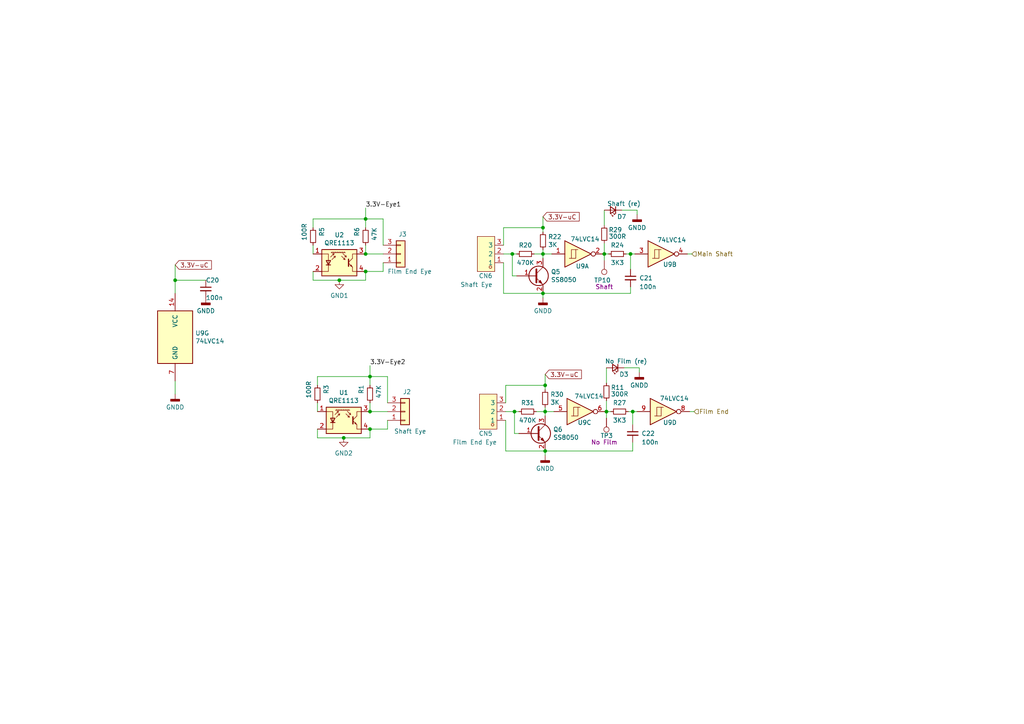
<source format=kicad_sch>
(kicad_sch (version 20230121) (generator eeschema)
  (paper "A4")
  (lib_symbols
    (symbol "74xx:74HC14" (pin_names (offset 1.016))
      (property "Reference" "U" (at 0 1.27 0))
      (property "Value" "74HC14" (at 0 -1.27 0))
      (symbol "74HC14_1_0"
        (polyline (pts (xy -3.81 3.81) (xy -3.81 -3.81) (xy 3.81 0) (xy -3.81 3.81)) (stroke (width 0.254)) (fill (type background)))
        (pin input line (at -7.62 0 0) (length 3.81) (name "~") (number "1"))
        (pin output inverted (at 7.62 0 180) (length 3.81) (name "~") (number "2"))
      )
      (symbol "74HC14_1_1"
        (polyline (pts (xy -1.905 -1.27) (xy -1.905 1.27) (xy -0.635 1.27)))
        (polyline (pts (xy -2.54 -1.27) (xy -0.635 -1.27) (xy -0.635 1.27) (xy 0 1.27)))
      )
      (symbol "74HC14_2_0"
        (polyline (pts (xy -3.81 3.81) (xy -3.81 -3.81) (xy 3.81 0) (xy -3.81 3.81)) (stroke (width 0.254)) (fill (type background)))
        (pin input line (at -7.62 0 0) (length 3.81) (name "~") (number "3"))
        (pin output inverted (at 7.62 0 180) (length 3.81) (name "~") (number "4"))
      )
      (symbol "74HC14_2_1"
        (polyline (pts (xy -1.905 -1.27) (xy -1.905 1.27) (xy -0.635 1.27)))
        (polyline (pts (xy -2.54 -1.27) (xy -0.635 -1.27) (xy -0.635 1.27) (xy 0 1.27)))
      )
      (symbol "74HC14_3_0"
        (polyline (pts (xy -3.81 3.81) (xy -3.81 -3.81) (xy 3.81 0) (xy -3.81 3.81)) (stroke (width 0.254)) (fill (type background)))
        (pin input line (at -7.62 0 0) (length 3.81) (name "~") (number "5"))
        (pin output inverted (at 7.62 0 180) (length 3.81) (name "~") (number "6"))
      )
      (symbol "74HC14_3_1"
        (polyline (pts (xy -1.905 -1.27) (xy -1.905 1.27) (xy -0.635 1.27)))
        (polyline (pts (xy -2.54 -1.27) (xy -0.635 -1.27) (xy -0.635 1.27) (xy 0 1.27)))
      )
      (symbol "74HC14_4_0"
        (polyline (pts (xy -3.81 3.81) (xy -3.81 -3.81) (xy 3.81 0) (xy -3.81 3.81)) (stroke (width 0.254)) (fill (type background)))
        (pin output inverted (at 7.62 0 180) (length 3.81) (name "~") (number "8"))
        (pin input line (at -7.62 0 0) (length 3.81) (name "~") (number "9"))
      )
      (symbol "74HC14_4_1"
        (polyline (pts (xy -1.905 -1.27) (xy -1.905 1.27) (xy -0.635 1.27)))
        (polyline (pts (xy -2.54 -1.27) (xy -0.635 -1.27) (xy -0.635 1.27) (xy 0 1.27)))
      )
      (symbol "74HC14_5_0"
        (polyline (pts (xy -3.81 3.81) (xy -3.81 -3.81) (xy 3.81 0) (xy -3.81 3.81)) (stroke (width 0.254)) (fill (type background)))
        (pin output inverted (at 7.62 0 180) (length 3.81) (name "~") (number "10"))
        (pin input line (at -7.62 0 0) (length 3.81) (name "~") (number "11"))
      )
      (symbol "74HC14_5_1"
        (polyline (pts (xy -1.905 -1.27) (xy -1.905 1.27) (xy -0.635 1.27)))
        (polyline (pts (xy -2.54 -1.27) (xy -0.635 -1.27) (xy -0.635 1.27) (xy 0 1.27)))
      )
      (symbol "74HC14_6_0"
        (polyline (pts (xy -3.81 3.81) (xy -3.81 -3.81) (xy 3.81 0) (xy -3.81 3.81)) (stroke (width 0.254)) (fill (type background)))
        (pin output inverted (at 7.62 0 180) (length 3.81) (name "~") (number "12"))
        (pin input line (at -7.62 0 0) (length 3.81) (name "~") (number "13"))
      )
      (symbol "74HC14_6_1"
        (polyline (pts (xy -1.905 -1.27) (xy -1.905 1.27) (xy -0.635 1.27)))
        (polyline (pts (xy -2.54 -1.27) (xy -0.635 -1.27) (xy -0.635 1.27) (xy 0 1.27)))
      )
      (symbol "74HC14_7_0"
        (pin power_in line (at 0 12.7 270) (length 5.08) (name "VCC") (number "14"))
        (pin power_in line (at 0 -12.7 90) (length 5.08) (name "GND") (number "7"))
      )
      (symbol "74HC14_7_1"
        (rectangle (start -5.08 7.62) (end 5.08 -7.62) (stroke (width 0.254)) (fill (type background)))
      )
    )
    (symbol "Connector_Generic:Conn_01x03" (pin_names (offset 1.016) hide)
      (property "Reference" "J" (at 0 5.08 0))
      (property "Value" "Conn_01x03" (at 0 -5.08 0))
      (symbol "Conn_01x03_1_1"
        (rectangle (start -1.27 -2.413) (end 0 -2.667) (stroke (width 0.1524)))
        (rectangle (start -1.27 0.127) (end 0 -0.127) (stroke (width 0.1524)))
        (rectangle (start -1.27 2.667) (end 0 2.413) (stroke (width 0.1524)))
        (rectangle (start -1.27 3.81) (end 1.27 -3.81) (stroke (width 0.254)) (fill (type background)))
        (pin passive line (at -5.08 2.54 0) (length 3.81) (name "Pin_1") (number "1"))
        (pin passive line (at -5.08 0 0) (length 3.81) (name "Pin_2") (number "2"))
        (pin passive line (at -5.08 -2.54 0) (length 3.81) (name "Pin_3") (number "3"))
      )
    )
    (symbol "Device:C_Small" (pin_numbers hide) (pin_names (offset 0.254) hide)
      (property "Reference" "C" (at 0.254 1.778 0))
      (property "Value" "C_Small" (at 0.254 -2.032 0))
      (symbol "C_Small_0_1"
        (polyline (pts (xy -1.524 -0.508) (xy 1.524 -0.508)) (stroke (width 0.3302)))
        (polyline (pts (xy -1.524 0.508) (xy 1.524 0.508)) (stroke (width 0.3048)))
      )
      (symbol "C_Small_1_1"
        (pin passive line (at 0 2.54 270) (length 2.032) (name "~") (number "1"))
        (pin passive line (at 0 -2.54 90) (length 2.032) (name "~") (number "2"))
      )
    )
    (symbol "Device:LED_Small" (pin_numbers hide) (pin_names (offset 0.254) hide)
      (property "Reference" "D" (at -1.27 3.175 0))
      (property "Value" "LED_Small" (at -4.445 -2.54 0))
      (symbol "LED_Small_0_1"
        (polyline (pts (xy -0.762 -1.016) (xy -0.762 1.016)) (stroke (width 0.254)))
        (polyline (pts (xy 1.016 0) (xy -0.762 0)))
        (polyline (pts (xy 0.762 -1.016) (xy -0.762 0) (xy 0.762 1.016) (xy 0.762 -1.016)) (stroke (width 0.254)))
        (polyline (pts (xy 0 0.762) (xy -0.508 1.27) (xy -0.254 1.27) (xy -0.508 1.27) (xy -0.508 1.016)))
        (polyline (pts (xy 0.508 1.27) (xy 0 1.778) (xy 0.254 1.778) (xy 0 1.778) (xy 0 1.524)))
      )
      (symbol "LED_Small_1_1"
        (pin passive line (at -2.54 0 0) (length 1.778) (name "K") (number "1"))
        (pin passive line (at 2.54 0 180) (length 1.778) (name "A") (number "2"))
      )
    )
    (symbol "Device:R_Small" (pin_numbers hide) (pin_names (offset 0.254) hide)
      (property "Reference" "R" (at 0.762 0.508 0))
      (property "Value" "R_Small" (at 0.762 -1.016 0))
      (symbol "R_Small_0_1"
        (rectangle (start -0.762 1.778) (end 0.762 -1.778) (stroke (width 0.2032)))
      )
      (symbol "R_Small_1_1"
        (pin passive line (at 0 2.54 270) (length 0.762) (name "~") (number "1"))
        (pin passive line (at 0 -2.54 90) (length 0.762) (name "~") (number "2"))
      )
    )
    (symbol "Peacemans_Teile:R_Small_0402-noref" (pin_numbers hide) (pin_names (offset 0.254) hide)
      (property "Reference" "R" (at 0.762 0.508 0))
      (property "Value" "R_Small_noref" (at 0.762 -1.016 0))
      (symbol "R_Small_0402-noref_0_1"
        (rectangle (start -0.762 1.778) (end 0.762 -1.778) (stroke (width 0.2032)))
      )
      (symbol "R_Small_0402-noref_1_1"
        (pin passive line (at 0 2.54 270) (length 0.762) (name "~") (number "1"))
        (pin passive line (at 0 -2.54 90) (length 0.762) (name "~") (number "2"))
      )
    )
    (symbol "Peacemans_Teile:TestPoint_named" (pin_numbers hide) (pin_names (offset 0.762) hide)
      (symbol "TestPoint_named_0_1"
        (circle (center 0 3.302) (radius 0.762))
      )
      (symbol "TestPoint_named_1_1"
        (pin passive line (at 0 0 90) (length 2.54) (name "1") (number "1"))
      )
    )
    (symbol "QRE1113_1" (pin_names (offset 0.0254) hide)
      (property "Reference" "U2" (at 0 8.0518 0))
      (property "Value" "QRE1113" (at 0 5.7404 0))
      (symbol "QRE1113_1_0_1"
        (polyline (pts (xy -3.81 -0.635) (xy -2.54 -0.635)) (stroke (width 0.254)))
        (polyline (pts (xy -2.286 2.921) (xy -2.032 3.175)))
        (polyline (pts (xy -1.778 2.921) (xy -1.524 3.175)))
        (polyline (pts (xy -1.524 2.667) (xy -1.651 2.159)))
        (polyline (pts (xy -1.27 2.921) (xy -1.016 3.175)))
        (polyline (pts (xy -1.143 1.905) (xy -1.27 1.397)))
        (polyline (pts (xy -0.762 2.921) (xy -0.508 3.175)))
        (polyline (pts (xy -0.254 2.921) (xy 0 3.175)))
        (polyline (pts (xy 0.254 2.921) (xy 0.508 3.175)))
        (polyline (pts (xy 0.762 2.921) (xy 1.016 3.175)))
        (polyline (pts (xy 1.27 2.921) (xy 1.524 3.175)))
        (polyline (pts (xy 1.651 0.889) (xy 1.143 1.016)))
        (polyline (pts (xy 1.778 2.921) (xy -2.413 2.921)))
        (polyline (pts (xy 2.032 1.651) (xy 1.524 1.778)))
        (polyline (pts (xy 2.667 -0.127) (xy 3.81 -1.27)))
        (polyline (pts (xy 2.667 0.127) (xy 3.81 1.27)))
        (polyline (pts (xy -2.54 1.651) (xy -1.524 2.667) (xy -2.032 2.54)))
        (polyline (pts (xy -2.159 0.889) (xy -1.143 1.905) (xy -1.651 1.778)))
        (polyline (pts (xy 0.635 1.905) (xy 1.651 0.889) (xy 1.524 1.397)))
        (polyline (pts (xy 1.016 2.667) (xy 2.032 1.651) (xy 1.905 2.159)))
        (polyline (pts (xy 2.667 1.016) (xy 2.667 -1.016) (xy 2.667 -1.016)) (stroke (width 0.3556)))
        (polyline (pts (xy 3.81 -1.27) (xy 3.81 -2.54) (xy 5.08 -2.54)))
        (polyline (pts (xy 3.81 1.27) (xy 3.81 2.54) (xy 5.08 2.54)))
        (polyline (pts (xy -5.08 -2.54) (xy -3.175 -2.54) (xy -3.175 2.54) (xy -5.08 2.54)))
        (polyline (pts (xy -3.175 -0.635) (xy -3.81 0.635) (xy -2.54 0.635) (xy -3.175 -0.635)) (stroke (width 0.254)))
        (polyline (pts (xy 3.683 -1.143) (xy 3.429 -0.635) (xy 3.175 -0.889) (xy 3.683 -1.143)))
        (polyline (pts (xy -5.08 -3.81) (xy 5.08 -3.81) (xy 5.08 3.81) (xy -5.08 3.81) (xy -5.08 -3.81)) (stroke (width 0.254)) (fill (type background)))
      )
      (symbol "QRE1113_1_1_1"
        (pin passive line (at -7.62 2.54 0) (length 2.54) (name "A") (number "1"))
        (pin passive line (at -7.62 -2.54 0) (length 2.54) (name "K") (number "2"))
        (pin passive line (at 7.62 2.54 180) (length 2.54) (name "~") (number "3"))
        (pin passive line (at 7.62 -2.54 180) (length 2.54) (name "~") (number "4"))
      )
    )
    (symbol "Sensor_Proximity:QRE1113" (pin_names (offset 0.0254) hide)
      (property "Reference" "U3" (at 0 8.0518 0))
      (property "Value" "QRE1113" (at 0 5.7404 0))
      (symbol "QRE1113_0_1"
        (polyline (pts (xy -3.81 -0.635) (xy -2.54 -0.635)) (stroke (width 0.254)))
        (polyline (pts (xy -2.286 2.921) (xy -2.032 3.175)))
        (polyline (pts (xy -1.778 2.921) (xy -1.524 3.175)))
        (polyline (pts (xy -1.524 2.667) (xy -1.651 2.159)))
        (polyline (pts (xy -1.27 2.921) (xy -1.016 3.175)))
        (polyline (pts (xy -1.143 1.905) (xy -1.27 1.397)))
        (polyline (pts (xy -0.762 2.921) (xy -0.508 3.175)))
        (polyline (pts (xy -0.254 2.921) (xy 0 3.175)))
        (polyline (pts (xy 0.254 2.921) (xy 0.508 3.175)))
        (polyline (pts (xy 0.762 2.921) (xy 1.016 3.175)))
        (polyline (pts (xy 1.27 2.921) (xy 1.524 3.175)))
        (polyline (pts (xy 1.651 0.889) (xy 1.143 1.016)))
        (polyline (pts (xy 1.778 2.921) (xy -2.413 2.921)))
        (polyline (pts (xy 2.032 1.651) (xy 1.524 1.778)))
        (polyline (pts (xy 2.667 -0.127) (xy 3.81 -1.27)))
        (polyline (pts (xy 2.667 0.127) (xy 3.81 1.27)))
        (polyline (pts (xy -2.54 1.651) (xy -1.524 2.667) (xy -2.032 2.54)))
        (polyline (pts (xy -2.159 0.889) (xy -1.143 1.905) (xy -1.651 1.778)))
        (polyline (pts (xy 0.635 1.905) (xy 1.651 0.889) (xy 1.524 1.397)))
        (polyline (pts (xy 1.016 2.667) (xy 2.032 1.651) (xy 1.905 2.159)))
        (polyline (pts (xy 2.667 1.016) (xy 2.667 -1.016) (xy 2.667 -1.016)) (stroke (width 0.3556)))
        (polyline (pts (xy 3.81 -1.27) (xy 3.81 -2.54) (xy 5.08 -2.54)))
        (polyline (pts (xy 3.81 1.27) (xy 3.81 2.54) (xy 5.08 2.54)))
        (polyline (pts (xy -5.08 -2.54) (xy -3.175 -2.54) (xy -3.175 2.54) (xy -5.08 2.54)))
        (polyline (pts (xy -3.175 -0.635) (xy -3.81 0.635) (xy -2.54 0.635) (xy -3.175 -0.635)) (stroke (width 0.254)))
        (polyline (pts (xy 3.683 -1.143) (xy 3.429 -0.635) (xy 3.175 -0.889) (xy 3.683 -1.143)))
        (polyline (pts (xy -5.08 -3.81) (xy 5.08 -3.81) (xy 5.08 3.81) (xy -5.08 3.81) (xy -5.08 -3.81)) (stroke (width 0.254)) (fill (type background)))
      )
      (symbol "QRE1113_1_1"
        (pin passive line (at -7.62 2.54 0) (length 2.54) (name "A") (number "1"))
        (pin passive line (at -7.62 -2.54 0) (length 2.54) (name "K") (number "2"))
        (pin passive line (at 7.62 2.54 180) (length 2.54) (name "~") (number "3"))
        (pin passive line (at 7.62 -2.54 180) (length 2.54) (name "~") (number "4"))
      )
    )
    (symbol "Transistor_BJT:BC847" (pin_names (offset 0) hide)
      (property "Reference" "Q" (at 5.08 1.905 0))
      (property "Value" "BC847" (at 5.08 0 0))
      (symbol "BC847_0_1"
        (polyline (pts (xy 0.635 0.635) (xy 2.54 2.54)))
        (polyline (pts (xy 0.635 -0.635) (xy 2.54 -2.54) (xy 2.54 -2.54)))
        (polyline (pts (xy 0.635 1.905) (xy 0.635 -1.905) (xy 0.635 -1.905)) (stroke (width 0.508)))
        (polyline (pts (xy 1.27 -1.778) (xy 1.778 -1.27) (xy 2.286 -2.286) (xy 1.27 -1.778) (xy 1.27 -1.778)) (fill (type outline)))
        (circle (center 1.27 0) (radius 2.8194) (stroke (width 0.254)))
      )
      (symbol "BC847_1_1"
        (pin input line (at -5.08 0 0) (length 5.715) (name "B") (number "1"))
        (pin passive line (at 2.54 -5.08 90) (length 2.54) (name "E") (number "2"))
        (pin passive line (at 2.54 5.08 270) (length 2.54) (name "C") (number "3"))
      )
    )
    (symbol "easyeda2kicad:KF141R-2.54-3P"
      (property "Reference" "CN" (at 0 7.62 0))
      (property "Value" "KF141R-2.54-3P" (at 0 -7.62 0))
      (symbol "KF141R-2.54-3P_0_1"
        (rectangle (start -2.54 5.08) (end 2.54 -5.08) (fill (type background)))
        (circle (center -1.27 3.81) (radius 0.38))
        (pin passive line (at -5.08 2.54 0) (length 2.54) (name "1") (number "1"))
        (pin passive line (at -5.08 0 0) (length 2.54) (name "2") (number "2"))
        (pin passive line (at -5.08 -2.54 0) (length 2.54) (name "3") (number "3"))
      )
    )
    (symbol "power:GND1" (power) (pin_names (offset 0))
      (property "Value" "GND1" (at 0 -3.81 0))
      (symbol "GND1_0_1"
        (polyline (pts (xy 0 0) (xy 0 -1.27) (xy 1.27 -1.27) (xy 0 -2.54) (xy -1.27 -1.27) (xy 0 -1.27)))
      )
      (symbol "GND1_1_1"
        (pin power_in line (at 0 0 270) (length 0) hide (name "GND1") (number "1"))
      )
    )
    (symbol "power:GND2" (power) (pin_names (offset 0))
      (property "Value" "GND2" (at 0 -3.81 0))
      (symbol "GND2_0_1"
        (polyline (pts (xy 0 0) (xy 0 -1.27) (xy 1.27 -1.27) (xy 0 -2.54) (xy -1.27 -1.27) (xy 0 -1.27)))
      )
      (symbol "GND2_1_1"
        (pin power_in line (at 0 0 270) (length 0) hide (name "GND2") (number "1"))
      )
    )
    (symbol "power:GNDD" (power) (pin_names (offset 0))
      (property "Value" "GNDD" (at 0 -3.175 0))
      (symbol "GNDD_0_1"
        (rectangle (start -1.27 -1.524) (end 1.27 -2.032) (stroke (width 0.254)) (fill (type outline)))
        (polyline (pts (xy 0 0) (xy 0 -1.524)))
      )
      (symbol "GNDD_1_1"
        (pin power_in line (at 0 0 270) (length 0) hide (name "GNDD") (number "1"))
      )
    )
  )
  (junction (at 50.8 81.28))
  (junction (at 149.225 119.38))
  (junction (at 98.425 81.28))
  (junction (at 175.895 119.38))
  (junction (at 157.48 85.09))
  (junction (at 183.515 119.38))
  (junction (at 99.695 127))
  (junction (at 158.115 130.81))
  (junction (at 107.315 109.22))
  (junction (at 106.045 78.74))
  (junction (at 106.045 73.66))
  (junction (at 148.59 73.66))
  (junction (at 107.315 124.46))
  (junction (at 158.115 111.76))
  (junction (at 158.115 119.38))
  (junction (at 157.48 73.66))
  (junction (at 107.315 119.38))
  (junction (at 157.48 66.04))
  (junction (at 182.88 73.66))
  (junction (at 175.26 73.66))
  (junction (at 106.045 63.5))
  (wire (pts (xy 199.39 73.66) (xy 200.66 73.66)))
  (wire (pts (xy 111.125 71.12) (xy 111.125 63.5)))
  (wire (pts (xy 112.395 109.22) (xy 107.315 109.22)))
  (wire (pts (xy 182.88 73.66) (xy 184.15 73.66)))
  (wire (pts (xy 175.26 73.66) (xy 175.26 75.565)))
  (wire (pts (xy 90.805 63.5) (xy 106.045 63.5)))
  (wire (pts (xy 181.61 73.66) (xy 182.88 73.66)))
  (wire (pts (xy 92.075 119.38) (xy 92.075 116.84)))
  (wire (pts (xy 158.115 108.585) (xy 158.115 111.76)))
  (wire (pts (xy 99.695 127) (xy 107.315 127)))
  (wire (pts (xy 107.315 119.38) (xy 112.395 119.38)))
  (wire (pts (xy 146.05 66.04) (xy 146.05 71.12)))
  (wire (pts (xy 112.395 116.84) (xy 112.395 109.22)))
  (wire (pts (xy 106.045 81.28) (xy 106.045 78.74)))
  (wire (pts (xy 149.225 119.38) (xy 149.225 125.73)))
  (wire (pts (xy 182.88 78.105) (xy 182.88 73.66)))
  (wire (pts (xy 157.48 85.09) (xy 157.48 86.36)))
  (wire (pts (xy 148.59 73.66) (xy 149.86 73.66)))
  (wire (pts (xy 146.685 111.76) (xy 146.685 116.84)))
  (wire (pts (xy 175.26 60.96) (xy 175.26 65.405)))
  (wire (pts (xy 157.48 73.66) (xy 157.48 72.39)))
  (wire (pts (xy 146.685 119.38) (xy 149.225 119.38)))
  (wire (pts (xy 175.895 119.38) (xy 175.895 121.285)))
  (wire (pts (xy 107.315 127) (xy 107.315 124.46)))
  (wire (pts (xy 184.785 60.96) (xy 184.785 62.23)))
  (wire (pts (xy 158.115 111.76) (xy 158.115 113.03)))
  (wire (pts (xy 111.125 78.74) (xy 106.045 78.74)))
  (wire (pts (xy 146.685 130.81) (xy 158.115 130.81)))
  (wire (pts (xy 175.26 70.485) (xy 175.26 73.66)))
  (wire (pts (xy 106.045 73.66) (xy 111.125 73.66)))
  (wire (pts (xy 157.48 62.865) (xy 157.48 66.04)))
  (wire (pts (xy 175.895 116.205) (xy 175.895 119.38)))
  (wire (pts (xy 50.8 85.09) (xy 50.8 81.28)))
  (wire (pts (xy 180.975 106.68) (xy 185.42 106.68)))
  (wire (pts (xy 107.315 116.84) (xy 107.315 119.38)))
  (wire (pts (xy 157.48 66.04) (xy 157.48 67.31)))
  (wire (pts (xy 90.805 66.04) (xy 90.805 63.5)))
  (wire (pts (xy 50.8 76.835) (xy 50.8 81.28)))
  (wire (pts (xy 146.05 85.09) (xy 157.48 85.09)))
  (wire (pts (xy 107.315 109.22) (xy 107.315 111.76)))
  (wire (pts (xy 92.075 111.76) (xy 92.075 109.22)))
  (wire (pts (xy 146.05 76.2) (xy 146.05 85.09)))
  (wire (pts (xy 148.59 80.01) (xy 149.86 80.01)))
  (wire (pts (xy 98.425 81.28) (xy 106.045 81.28)))
  (wire (pts (xy 158.115 119.38) (xy 160.655 119.38)))
  (wire (pts (xy 90.805 81.28) (xy 98.425 81.28)))
  (wire (pts (xy 183.515 119.38) (xy 184.785 119.38)))
  (wire (pts (xy 112.395 124.46) (xy 107.315 124.46)))
  (wire (pts (xy 150.495 119.38) (xy 149.225 119.38)))
  (wire (pts (xy 146.05 66.04) (xy 157.48 66.04)))
  (wire (pts (xy 158.115 119.38) (xy 158.115 118.11)))
  (wire (pts (xy 112.395 121.92) (xy 112.395 124.46)))
  (wire (pts (xy 183.515 123.19) (xy 183.515 119.38)))
  (wire (pts (xy 157.48 73.66) (xy 160.02 73.66)))
  (wire (pts (xy 146.05 73.66) (xy 148.59 73.66)))
  (wire (pts (xy 90.805 78.74) (xy 90.805 81.28)))
  (wire (pts (xy 158.115 130.81) (xy 183.515 130.81)))
  (wire (pts (xy 182.245 119.38) (xy 183.515 119.38)))
  (wire (pts (xy 92.075 124.46) (xy 92.075 127)))
  (wire (pts (xy 175.26 73.66) (xy 176.53 73.66)))
  (wire (pts (xy 149.225 125.73) (xy 150.495 125.73)))
  (wire (pts (xy 200.025 119.38) (xy 201.295 119.38)))
  (wire (pts (xy 146.685 111.76) (xy 158.115 111.76)))
  (wire (pts (xy 158.115 130.81) (xy 158.115 132.08)))
  (wire (pts (xy 111.125 76.2) (xy 111.125 78.74)))
  (wire (pts (xy 50.8 110.49) (xy 50.8 114.3)))
  (wire (pts (xy 92.075 127) (xy 99.695 127)))
  (wire (pts (xy 148.59 73.66) (xy 148.59 80.01)))
  (wire (pts (xy 157.48 73.66) (xy 157.48 74.93)))
  (wire (pts (xy 106.045 60.325) (xy 106.045 63.5)))
  (wire (pts (xy 106.045 63.5) (xy 106.045 66.04)))
  (wire (pts (xy 146.685 121.92) (xy 146.685 130.81)))
  (wire (pts (xy 175.895 106.68) (xy 175.895 111.125)))
  (wire (pts (xy 185.42 106.68) (xy 185.42 107.95)))
  (wire (pts (xy 111.125 63.5) (xy 106.045 63.5)))
  (wire (pts (xy 50.8 81.28) (xy 59.69 81.28)))
  (wire (pts (xy 158.115 120.65) (xy 158.115 119.38)))
  (wire (pts (xy 106.045 71.12) (xy 106.045 73.66)))
  (wire (pts (xy 107.315 106.045) (xy 107.315 109.22)))
  (wire (pts (xy 90.805 73.66) (xy 90.805 71.12)))
  (wire (pts (xy 183.515 128.27) (xy 183.515 130.81)))
  (wire (pts (xy 154.94 73.66) (xy 157.48 73.66)))
  (wire (pts (xy 175.895 119.38) (xy 177.165 119.38)))
  (wire (pts (xy 182.88 85.09) (xy 157.48 85.09)))
  (wire (pts (xy 155.575 119.38) (xy 158.115 119.38)))
  (wire (pts (xy 92.075 109.22) (xy 107.315 109.22)))
  (wire (pts (xy 180.34 60.96) (xy 184.785 60.96)))
  (wire (pts (xy 182.88 83.185) (xy 182.88 85.09)))
  (label "3.3V-Eye2" (at 107.315 106.045 0))
  (label "3.3V-Eye1" (at 106.045 60.325 0))
  (global_label "3.3V-uC" (shape input) (at 157.48 62.865 0) (property "Intersheetrefs" "${INTERSHEET_REFS}" (effects hide)))
  (global_label "3.3V-uC" (shape input) (at 158.115 108.585 0) (property "Intersheetrefs" "${INTERSHEET_REFS}" (effects hide)))
  (global_label "3.3V-uC" (shape input) (at 50.8 76.835 0) (property "Intersheetrefs" "${INTERSHEET_REFS}" (effects hide)))
  (hierarchical_label "Film End" (shape input) (at 201.295 119.38 0))
  (hierarchical_label "Main Shaft" (shape input) (at 200.66 73.66 0))
  (symbol (lib_id "power:GND1") (at 98.425 81.28 0) (unit 1)
    (property "Reference" "#PWR023" (effects hide))
    (property "Value" "GND1" (at 98.425 85.725 0))
  )
  (symbol (lib_id "Device:LED_Small") (at 178.435 106.68 180) (unit 1)
    (property "Reference" "D3" (at 180.975 108.585 0))
    (property "Value" "No Film (re)" (at 181.61 104.775 0))
    (property "Footprint" "LED_SMD:LED_0805_2012Metric" (effects hide))
    (property "Datasheet" "https://datasheet.lcsc.com/lcsc/2304140030_Foshan-NationStar-Optoelectronics-NCD0805R1_C84256.pdf" (effects hide))
    (property "LCSC" "C84256" (effects hide))
    (property "Inventory" "B" (effects hide))
  )
  (symbol (lib_id "74xx:74HC14") (at 50.8 97.79 0) (unit 7)
    (property "Reference" "U9" (at 56.642 96.6216 0) (effects (justify left)))
    (property "Value" "74LVC14" (at 56.642 98.933 0) (effects (justify left)))
    (property "Footprint" "Package_SO:SOIC-14_3.9x8.7mm_P1.27mm" (effects hide))
    (property "Datasheet" "https://datasheet.lcsc.com/lcsc/2304140030_Nexperia-74LVC14AD-118_C6065.pdf" (effects hide))
    (property "LCSC" "C6065" (effects hide))
    (property "Inventory" "E" (effects hide))
  )
  (symbol (lib_id "Device:LED_Small") (at 177.8 60.96 180) (unit 1)
    (property "Reference" "D7" (at 180.34 62.865 0))
    (property "Value" "Shaft (re)" (at 180.975 59.055 0))
    (property "Footprint" "LED_SMD:LED_0805_2012Metric" (effects hide))
    (property "Datasheet" "https://datasheet.lcsc.com/lcsc/2304140030_Foshan-NationStar-Optoelectronics-NCD0805R1_C84256.pdf" (effects hide))
    (property "LCSC" "C84256" (effects hide))
    (property "Inventory" "B" (effects hide))
  )
  (symbol (lib_id "Device:R_Small") (at 157.48 69.85 180) (unit 1)
    (property "Reference" "R22" (at 158.9786 68.6816 0) (effects (justify right)))
    (property "Value" "3K" (at 158.9786 70.993 0) (effects (justify right)))
    (property "Footprint" "Resistor_SMD:R_0805_2012Metric" (effects hide))
    (property "LCSC" "C17661" (effects hide))
    (property "Inventory" "B" (effects hide))
  )
  (symbol (lib_id "Device:C_Small") (at 183.515 125.73 0) (unit 1)
    (property "Reference" "C22" (at 186.055 125.73 0) (effects (justify left)))
    (property "Value" "100n" (at 186.055 128.27 0) (effects (justify left)))
    (property "Footprint" "Capacitor_SMD:C_0805_2012Metric" (effects hide))
    (property "Datasheet" "https://datasheet.lcsc.com/lcsc/2304140030_Samsung-Electro-Mechanics-CL21B104KCFNNNE_C28233.pdf" (effects hide))
    (property "LCSC" "C28233" (effects hide))
    (property "Inventory" "B" (effects hide))
  )
  (symbol (lib_id "Connector_Generic:Conn_01x03") (at 116.205 73.66 0) (mirror x) (unit 1) (in_bom no)
    (property "Reference" "J3" (at 115.57 67.945 0) (effects (justify left)))
    (property "Value" "Film End Eye" (at 112.395 78.74 0) (effects (justify left)))
    (property "Footprint" "Connector_PinHeader_2.54mm:PinHeader_1x03_P2.54mm_Vertical" (effects hide))
  )
  (symbol (lib_id "Device:C_Small") (at 182.88 80.645 0) (unit 1)
    (property "Reference" "C21" (at 185.42 80.645 0) (effects (justify left)))
    (property "Value" "100n" (at 185.42 83.185 0) (effects (justify left)))
    (property "Footprint" "Capacitor_SMD:C_0805_2012Metric" (effects hide))
    (property "Datasheet" "https://datasheet.lcsc.com/lcsc/2304140030_Samsung-Electro-Mechanics-CL21B104KCFNNNE_C28233.pdf" (effects hide))
    (property "LCSC" "C28233" (effects hide))
    (property "Inventory" "B" (effects hide))
  )
  (symbol (lib_id "74xx:74HC14") (at 167.64 73.66 0) (unit 1)
    (property "Reference" "U9" (at 168.91 77.216 0))
    (property "Value" "74LVC14" (at 169.672 69.342 0))
    (property "Footprint" "Package_SO:SOIC-14_3.9x8.7mm_P1.27mm" (effects hide))
    (property "Datasheet" "https://datasheet.lcsc.com/lcsc/2304140030_Nexperia-74LVC14AD-118_C6065.pdf" (effects hide))
    (property "LCSC" "C6065" (effects hide))
    (property "Inventory" "E" (effects hide))
  )
  (symbol (lib_id "Device:R_Small") (at 158.115 115.57 180) (unit 1)
    (property "Reference" "R30" (at 159.6136 114.4016 0) (effects (justify right)))
    (property "Value" "3K" (at 159.6136 116.713 0) (effects (justify right)))
    (property "Footprint" "Resistor_SMD:R_0805_2012Metric" (effects hide))
    (property "LCSC" "C17661" (effects hide))
    (property "Inventory" "B" (effects hide))
  )
  (symbol (lib_id "Peacemans_Teile:R_Small_0402-noref") (at 107.315 114.3 0) (unit 1)
    (property "Reference" "R1" (at 104.775 114.3 90) (effects (justify left)))
    (property "Value" "47K" (at 109.855 115.57 90) (effects (justify left)))
    (property "Footprint" "Peacemans_Footprints:R_0402_1005Metric-noref" (effects hide))
    (property "LCSC" "C25792" (effects hide))
    (property "Inventory" "B" (effects hide))
  )
  (symbol (lib_id "Transistor_BJT:BC847") (at 154.94 80.01 0) (unit 1)
    (property "Reference" "Q5" (at 159.7914 78.8416 0) (effects (justify left)))
    (property "Value" "SS8050" (at 159.7914 81.153 0) (effects (justify left)))
    (property "Footprint" "Package_TO_SOT_SMD:SOT-23" (effects hide))
    (property "Datasheet" "https://datasheet.lcsc.com/lcsc/2303221100_Jiangsu-Changjing-Electronics-Technology-Co---Ltd--SS8050_C2150.pdf" (effects hide))
    (property "LCSC" "C2150" (effects hide))
    (property "Inventory" "B" (effects hide))
  )
  (symbol (lib_id "74xx:74HC14") (at 168.275 119.38 0) (unit 3)
    (property "Reference" "U9" (at 169.545 122.555 0))
    (property "Value" "74LVC14" (at 170.815 114.935 0))
    (property "Footprint" "Package_SO:SOIC-14_3.9x8.7mm_P1.27mm" (effects hide))
    (property "Datasheet" "https://datasheet.lcsc.com/lcsc/2304140030_Nexperia-74LVC14AD-118_C6065.pdf" (effects hide))
    (property "LCSC" "C6065" (effects hide))
    (property "Inventory" "E" (effects hide))
  )
  (symbol (lib_id "Sensor_Proximity:QRE1113") (at 98.425 76.2 0) (unit 1)
    (property "Reference" "U2" (at 98.425 68.1482 0))
    (property "Value" "QRE1113" (at 98.425 70.4596 0))
    (property "Footprint" "Peacemans_Footprints:QRE1113GR-slim" (effects hide))
    (property "Datasheet" "http://www.onsemi.com/pub/Collateral/QRE1113-D.PDF" (effects hide))
    (property "LCSC" "C232862" (effects hide))
    (property "Inventory" "E" (effects hide))
  )
  (symbol (lib_id "Peacemans_Teile:TestPoint_named") (at 175.895 121.285 180) (unit 1)
    (property "Reference" "TP3" (at 177.8 126.365 0) (effects (justify left)))
    (property "Value" "Film End" (effects hide))
    (property "Footprint" "Peacemans_Footprints:TestPoint_THTPad_1.5x1.5mm_Drill0.7mm_named" (effects hide))
    (property "TP_Label" "No Film" (at 175.26 128.27 0))
  )
  (symbol (lib_name "QRE1113_1") (lib_id "Sensor_Proximity:QRE1113") (at 99.695 121.92 0) (unit 1)
    (property "Reference" "U1" (at 99.695 113.8682 0))
    (property "Value" "QRE1113" (at 99.695 116.1796 0))
    (property "Footprint" "Peacemans_Footprints:QRE1113GR-slim" (effects hide))
    (property "Datasheet" "http://www.onsemi.com/pub/Collateral/QRE1113-D.PDF" (effects hide))
    (property "LCSC" "C232862" (effects hide))
    (property "Inventory" "E" (effects hide))
  )
  (symbol (lib_id "Device:R_Small") (at 152.4 73.66 90) (unit 1)
    (property "Reference" "R20" (at 152.4 71.12 90))
    (property "Value" "470K" (at 152.4 76.2 90))
    (property "Footprint" "Resistor_SMD:R_0805_2012Metric" (effects hide))
    (property "LCSC" "C17709" (effects hide))
    (property "Inventory" "B" (effects hide))
  )
  (symbol (lib_id "power:GNDD") (at 157.48 86.36 0) (unit 1)
    (property "Reference" "#PWR025" (effects hide))
    (property "Value" "GNDD" (at 157.48 90.17 0))
  )
  (symbol (lib_id "easyeda2kicad:KF141R-2.54-3P") (at 140.97 73.66 180) (unit 1)
    (property "Reference" "CN6" (at 142.875 80.01 0) (effects (justify left)))
    (property "Value" "Shaft Eye" (at 142.875 82.55 0) (effects (justify left)))
    (property "Footprint" "easyeda2kicad:CONN-TH_3P-P2.54_DIBO_DB141R-2.54-3P" (effects hide))
    (property "Datasheet" "https://lcsc.com/product-detail/New-Quadratic-Unclassified-Data_Cixi-Kefa-Elec-KF141R-2-54-3P_C475125.html" (effects hide))
    (property "LCSC" "C2898755" (effects hide))
    (property "Sim.Device" "C475125" (effects hide))
  )
  (symbol (lib_id "Device:R_Small") (at 179.705 119.38 90) (unit 1)
    (property "Reference" "R27" (at 179.705 116.84 90))
    (property "Value" "3K3" (at 179.705 121.92 90))
    (property "Footprint" "Resistor_SMD:R_0805_2012Metric" (effects hide))
    (property "LCSC" "C26010" (effects hide))
    (property "Inventory" "B" (effects hide))
  )
  (symbol (lib_id "Peacemans_Teile:R_Small_0402-noref") (at 90.805 68.58 0) (unit 1)
    (property "Reference" "R5" (at 93.345 68.58 90) (effects (justify left)))
    (property "Value" "100R" (at 88.265 69.85 90) (effects (justify left)))
    (property "Footprint" "Peacemans_Footprints:R_0402_1005Metric-noref" (effects hide))
    (property "LCSC" "C25076" (effects hide))
    (property "Inventory" "B" (effects hide))
  )
  (symbol (lib_id "power:GNDD") (at 50.8 114.3 0) (unit 1)
    (property "Reference" "#PWR021" (effects hide))
    (property "Value" "GNDD" (at 50.8 118.11 0))
  )
  (symbol (lib_id "Transistor_BJT:BC847") (at 155.575 125.73 0) (unit 1)
    (property "Reference" "Q6" (at 160.4264 124.5616 0) (effects (justify left)))
    (property "Value" "SS8050" (at 160.4264 126.873 0) (effects (justify left)))
    (property "Footprint" "Package_TO_SOT_SMD:SOT-23" (effects hide))
    (property "Datasheet" "https://datasheet.lcsc.com/lcsc/2303221100_Jiangsu-Changjing-Electronics-Technology-Co---Ltd--SS8050_C2150.pdf" (effects hide))
    (property "LCSC" "C2150" (effects hide))
    (property "Inventory" "B" (effects hide))
  )
  (symbol (lib_id "power:GND2") (at 99.695 127 0) (unit 1)
    (property "Reference" "#PWR024" (effects hide))
    (property "Value" "GND2" (at 99.695 131.445 0))
  )
  (symbol (lib_id "power:GNDD") (at 158.115 132.08 0) (unit 1)
    (property "Reference" "#PWR026" (effects hide))
    (property "Value" "GNDD" (at 158.115 135.89 0))
  )
  (symbol (lib_id "easyeda2kicad:KF141R-2.54-3P") (at 141.605 119.38 180) (unit 1)
    (property "Reference" "CN5" (at 142.875 125.73 0) (effects (justify left)))
    (property "Value" "Film End Eye" (at 144.145 128.27 0) (effects (justify left)))
    (property "Footprint" "easyeda2kicad:CONN-TH_3P-P2.54_DIBO_DB141R-2.54-3P" (effects hide))
    (property "Datasheet" "https://lcsc.com/product-detail/New-Quadratic-Unclassified-Data_Cixi-Kefa-Elec-KF141R-2-54-3P_C475125.html" (effects hide))
    (property "LCSC" "C2898755" (effects hide))
    (property "Sim.Device" "C475125" (effects hide))
  )
  (symbol (lib_id "power:GNDD") (at 184.785 62.23 0) (unit 1)
    (property "Reference" "#PWR027" (effects hide))
    (property "Value" "GNDD" (at 184.785 66.04 0))
  )
  (symbol (lib_id "Device:R_Small") (at 153.035 119.38 90) (unit 1)
    (property "Reference" "R31" (at 153.035 116.84 90))
    (property "Value" "470K" (at 153.035 121.92 90))
    (property "Footprint" "Resistor_SMD:R_0805_2012Metric" (effects hide))
    (property "LCSC" "C17709" (effects hide))
    (property "Inventory" "B" (effects hide))
  )
  (symbol (lib_id "Device:R_Small") (at 175.895 113.665 0) (unit 1)
    (property "Reference" "R11" (at 177.165 112.395 0) (effects (justify left)))
    (property "Value" "300R" (at 177.165 114.3 0) (effects (justify left)))
    (property "Footprint" "Resistor_SMD:R_0805_2012Metric" (effects hide))
    (property "LCSC" "C17617" (effects hide))
    (property "Inventory" "B" (effects hide))
  )
  (symbol (lib_id "Device:C_Small") (at 59.69 83.82 0) (unit 1)
    (property "Reference" "C20" (at 59.69 81.28 0) (effects (justify left)))
    (property "Value" "100n" (at 59.69 86.36 0) (effects (justify left)))
    (property "Footprint" "Capacitor_SMD:C_0805_2012Metric" (effects hide))
    (property "Datasheet" "https://datasheet.lcsc.com/lcsc/2304140030_Samsung-Electro-Mechanics-CL21B104KCFNNNE_C28233.pdf" (effects hide))
    (property "LCSC" "C28233" (effects hide))
    (property "Inventory" "B" (effects hide))
  )
  (symbol (lib_id "74xx:74HC14") (at 191.77 73.66 0) (unit 2)
    (property "Reference" "U9" (at 194.31 76.708 0))
    (property "Value" "74LVC14" (at 194.818 69.596 0))
    (property "Footprint" "Package_SO:SOIC-14_3.9x8.7mm_P1.27mm" (effects hide))
    (property "Datasheet" "https://datasheet.lcsc.com/lcsc/2304140030_Nexperia-74LVC14AD-118_C6065.pdf" (effects hide))
    (property "LCSC" "C6065" (effects hide))
    (property "Inventory" "E" (effects hide))
  )
  (symbol (lib_id "power:GNDD") (at 59.69 86.36 0) (unit 1)
    (property "Reference" "#PWR022" (effects hide))
    (property "Value" "GNDD" (at 59.69 90.17 0))
  )
  (symbol (lib_id "Device:R_Small") (at 179.07 73.66 90) (unit 1)
    (property "Reference" "R24" (at 179.07 71.12 90))
    (property "Value" "3K3" (at 179.07 76.2 90))
    (property "Footprint" "Resistor_SMD:R_0805_2012Metric" (effects hide))
    (property "LCSC" "C26010" (effects hide))
    (property "Inventory" "B" (effects hide))
  )
  (symbol (lib_id "Peacemans_Teile:R_Small_0402-noref") (at 106.045 68.58 0) (unit 1)
    (property "Reference" "R6" (at 103.505 68.58 90) (effects (justify left)))
    (property "Value" "47K" (at 108.585 69.85 90) (effects (justify left)))
    (property "Footprint" "Peacemans_Footprints:R_0402_1005Metric-noref" (effects hide))
    (property "LCSC" "C25792" (effects hide))
    (property "Inventory" "B" (effects hide))
  )
  (symbol (lib_id "power:GNDD") (at 185.42 107.95 0) (unit 1)
    (property "Reference" "#PWR020" (effects hide))
    (property "Value" "GNDD" (at 185.42 111.76 0))
  )
  (symbol (lib_id "Peacemans_Teile:R_Small_0402-noref") (at 92.075 114.3 0) (unit 1)
    (property "Reference" "R3" (at 94.615 114.3 90) (effects (justify left)))
    (property "Value" "100R" (at 89.535 115.57 90) (effects (justify left)))
    (property "Footprint" "Peacemans_Footprints:R_0402_1005Metric-noref" (effects hide))
    (property "LCSC" "C25076" (effects hide))
    (property "Inventory" "B" (effects hide))
  )
  (symbol (lib_id "Peacemans_Teile:TestPoint_named") (at 175.26 75.565 180) (unit 1)
    (property "Reference" "TP10" (at 177.165 81.28 0) (effects (justify left)))
    (property "Value" "Main Shaft" (effects hide))
    (property "Footprint" "Peacemans_Footprints:TestPoint_THTPad_1.5x1.5mm_Drill0.7mm_named" (effects hide))
    (property "TP_Label" "Shaft" (at 175.26 83.185 0))
  )
  (symbol (lib_id "Connector_Generic:Conn_01x03") (at 117.475 119.38 0) (mirror x) (unit 1) (in_bom no)
    (property "Reference" "J2" (at 116.84 113.665 0) (effects (justify left)))
    (property "Value" "Shaft Eye" (at 114.3 125.095 0) (effects (justify left)))
    (property "Footprint" "Connector_PinHeader_2.54mm:PinHeader_1x03_P2.54mm_Vertical" (effects hide))
  )
  (symbol (lib_id "74xx:74HC14") (at 192.405 119.38 0) (unit 4)
    (property "Reference" "U9" (at 194.31 122.555 0))
    (property "Value" "74LVC14" (at 195.58 115.57 0))
    (property "Footprint" "Package_SO:SOIC-14_3.9x8.7mm_P1.27mm" (effects hide))
    (property "Datasheet" "https://datasheet.lcsc.com/lcsc/2304140030_Nexperia-74LVC14AD-118_C6065.pdf" (effects hide))
    (property "LCSC" "C6065" (effects hide))
    (property "Inventory" "E" (effects hide))
  )
  (symbol (lib_id "Device:R_Small") (at 175.26 67.945 0) (unit 1)
    (property "Reference" "R29" (at 176.53 66.675 0) (effects (justify left)))
    (property "Value" "300R" (at 176.53 68.58 0) (effects (justify left)))
    (property "Footprint" "Resistor_SMD:R_0805_2012Metric" (effects hide))
    (property "LCSC" "C17617" (effects hide))
    (property "Inventory" "B" (effects hide))
  )
)
</source>
